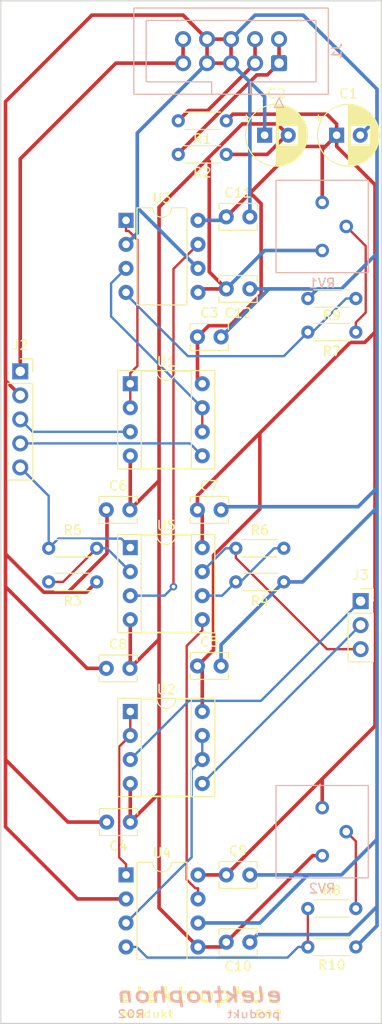
<source format=kicad_pcb>
(kicad_pcb (version 20240108) (generator "pcbnew") (generator_version "8.0")
  (title_block (title "produkt") (date "2021-07-28") (rev "R02") (comment 1 "PCB for main circuit") (comment 2 "vca and ringmodulator") (comment 4 "License CC BY 4.0 - Attribution 4.0 International"))
  (layers (0 "F.Cu" signal) (31 "B.Cu" signal) (34 "B.Paste" user) (35 "F.Paste" user) (36 "B.SilkS" user "B.Silkscreen") (37 "F.SilkS" user "F.Silkscreen") (38 "B.Mask" user) (39 "F.Mask" user) (44 "Edge.Cuts" user))
  (net 0 "")
  (net 1 "GND")
  (net 2 "+15V")
  (net 3 "-15V")
  (net 4 "+5V")
  (net 5 "VP")
  (net 6 "VN")
  (net 7 "OUTb")
  (net 8 "Yb")
  (net 9 "Xb")
  (net 10 "OUTa")
  (net 11 "Ya")
  (net 12 "Xa")
  (net 13 "Net-(U5A--)")
  (net 14 "Net-(U5B--)")
  (net 15 "Net-(R7-Pad2)")
  (net 16 "Net-(U3-Y2)")
  (net 17 "Net-(R8-Pad2)")
  (net 18 "Net-(U4-Y2)")
  (net 19 "Net-(U1A--)")
  (net 20 "Net-(U1B--)")
  (net 21 "Net-(U2A--)")
  (net 22 "Net-(U2B--)")
  (net 23 "Net-(U3-W)")
  (net 24 "Net-(U4-W)")
  (footprint "MountingHole:MountingHole_2.2mm_M2" (layer "F.Cu") (at 88.56 53.34)
    (property "Reference" "H2" (hide yes))
    (property "Value" "MountingHole" (hide yes))
    (pad "" np_thru_hole circle (at 0 0) (size 2.2 2.2) (drill 2.2) (layers "*.Cu" "*.Mask"))
  )
  (footprint "MountingHole:MountingHole_2.2mm_M2" (layer "F.Cu") (at 53.34 156.44)
    (property "Reference" "H3" (hide yes))
    (property "Value" "MountingHole" (hide yes))
    (pad "" np_thru_hole circle (at 0 0) (size 2.2 2.2) (drill 2.2) (layers "*.Cu" "*.Mask"))
  )
  (footprint "MountingHole:MountingHole_2.2mm_M2" (layer "F.Cu") (at 88.56 156.44)
    (property "Reference" "H4" (hide yes))
    (property "Value" "MountingHole" (hide yes))
    (pad "" np_thru_hole circle (at 0 0) (size 2.2 2.2) (drill 2.2) (layers "*.Cu" "*.Mask"))
  )
  (footprint "Capacitor_THT:CP_Radial_D6.3mm_P2.50mm" (layer "F.Cu") (at 86.36 65.024)
    (property "Reference" "C1" (at 1.25 -4.4 0) (layer "F.SilkS"))
    (property "Value" "22u")
    (pad "1" thru_hole rect (at 0 0) (size 1.6 1.6) (drill 0.8) (layers "*.Cu" "*.Mask") (net 2 "+15V"))
    (pad "2" thru_hole circle (at 2.5 0) (size 1.6 1.6) (drill 0.8) (layers "*.Cu" "*.Mask") (net 1 "GND"))
  )
  (footprint "Capacitor_THT:CP_Radial_D6.3mm_P2.50mm" (layer "F.Cu") (at 78.74 65.024)
    (property "Reference" "C2" (at 1.25 -4.4 0) (layer "F.SilkS"))
    (property "Value" "22u")
    (pad "1" thru_hole rect (at 0 0) (size 1.6 1.6) (drill 0.8) (layers "*.Cu" "*.Mask") (net 1 "GND"))
    (pad "2" thru_hole circle (at 2.5 0) (size 1.6 1.6) (drill 0.8) (layers "*.Cu" "*.Mask") (net 3 "-15V"))
  )
  (footprint "Capacitor_THT:C_Disc_D3.8mm_W2.6mm_P2.50mm" (layer "F.Cu") (at 71.628 86.36)
    (property "Reference" "C3" (at 1.25 -2.55 0) (layer "F.SilkS"))
    (property "Value" "0.1u")
    (pad "1" thru_hole circle (at 0 0) (size 1.6 1.6) (drill 0.8) (layers "*.Cu" "*.Mask") (net 2 "+15V"))
    (pad "2" thru_hole circle (at 2.5 0) (size 1.6 1.6) (drill 0.8) (layers "*.Cu" "*.Mask") (net 1 "GND"))
  )
  (footprint "Capacitor_THT:C_Disc_D3.8mm_W2.6mm_P2.50mm" (layer "F.Cu") (at 62.016 137.668)
    (property "Reference" "C4" (at 1.25 2.54 0) (layer "F.SilkS"))
    (property "Value" "0.1u")
    (pad "1" thru_hole circle (at 0 0) (size 1.6 1.6) (drill 0.8) (layers "*.Cu" "*.Mask") (net 1 "GND"))
    (pad "2" thru_hole circle (at 2.5 0) (size 1.6 1.6) (drill 0.8) (layers "*.Cu" "*.Mask") (net 3 "-15V"))
  )
  (footprint "Capacitor_THT:C_Disc_D3.8mm_W2.6mm_P2.50mm" (layer "F.Cu") (at 71.628 121.158)
    (property "Reference" "C5" (at 1.25 -2.55 0) (layer "F.SilkS"))
    (property "Value" "0.1u")
    (pad "1" thru_hole circle (at 0 0) (size 1.6 1.6) (drill 0.8) (layers "*.Cu" "*.Mask") (net 2 "+15V"))
    (pad "2" thru_hole circle (at 2.5 0) (size 1.6 1.6) (drill 0.8) (layers "*.Cu" "*.Mask") (net 1 "GND"))
  )
  (footprint "Capacitor_THT:C_Disc_D3.8mm_W2.6mm_P2.50mm" (layer "F.Cu") (at 61.976 104.648)
    (property "Reference" "C6" (at 1.25 -2.55 0) (layer "F.SilkS"))
    (property "Value" "0.1u")
    (pad "1" thru_hole circle (at 0 0) (size 1.6 1.6) (drill 0.8) (layers "*.Cu" "*.Mask") (net 1 "GND"))
    (pad "2" thru_hole circle (at 2.5 0) (size 1.6 1.6) (drill 0.8) (layers "*.Cu" "*.Mask") (net 3 "-15V"))
  )
  (footprint "Capacitor_THT:C_Disc_D3.8mm_W2.6mm_P2.50mm" (layer "F.Cu") (at 71.628 104.648)
    (property "Reference" "C7" (at 1.25 -2.55 0) (layer "F.SilkS"))
    (property "Value" "0.1u")
    (pad "1" thru_hole circle (at 0 0) (size 1.6 1.6) (drill 0.8) (layers "*.Cu" "*.Mask") (net 2 "+15V"))
    (pad "2" thru_hole circle (at 2.5 0) (size 1.6 1.6) (drill 0.8) (layers "*.Cu" "*.Mask") (net 1 "GND"))
  )
  (footprint "Capacitor_THT:C_Disc_D3.8mm_W2.6mm_P2.50mm" (layer "F.Cu") (at 61.976 121.412)
    (property "Reference" "C8" (at 1.25 -2.55 0) (layer "F.SilkS"))
    (property "Value" "0.1u")
    (pad "1" thru_hole circle (at 0 0) (size 1.6 1.6) (drill 0.8) (layers "*.Cu" "*.Mask") (net 1 "GND"))
    (pad "2" thru_hole circle (at 2.5 0) (size 1.6 1.6) (drill 0.8) (layers "*.Cu" "*.Mask") (net 3 "-15V"))
  )
  (footprint "Capacitor_THT:C_Disc_D3.8mm_W2.6mm_P2.50mm" (layer "F.Cu") (at 74.676 143.256)
    (property "Reference" "C9" (at 1.25 -2.55 0) (layer "F.SilkS"))
    (property "Value" "0.1u")
    (pad "1" thru_hole circle (at 0 0) (size 1.6 1.6) (drill 0.8) (layers "*.Cu" "*.Mask") (net 2 "+15V"))
    (pad "2" thru_hole circle (at 2.5 0) (size 1.6 1.6) (drill 0.8) (layers "*.Cu" "*.Mask") (net 1 "GND"))
  )
  (footprint "Capacitor_THT:C_Disc_D3.8mm_W2.6mm_P2.50mm" (layer "F.Cu") (at 77.176 150.368 180)
    (property "Reference" "C10" (at 1.25 -2.55 180) (layer "F.SilkS"))
    (property "Value" "0.1u")
    (pad "1" thru_hole circle (at 0 0 180) (size 1.6 1.6) (drill 0.8) (layers "*.Cu" "*.Mask") (net 1 "GND"))
    (pad "2" thru_hole circle (at 2.5 0 180) (size 1.6 1.6) (drill 0.8) (layers "*.Cu" "*.Mask") (net 3 "-15V"))
  )
  (footprint "Capacitor_THT:C_Disc_D3.8mm_W2.6mm_P2.50mm" (layer "F.Cu") (at 74.676 73.66)
    (property "Reference" "C11" (at 1.25 -2.55 0) (layer "F.SilkS"))
    (property "Value" "0.1u")
    (pad "1" thru_hole circle (at 0 0) (size 1.6 1.6) (drill 0.8) (layers "*.Cu" "*.Mask") (net 2 "+15V"))
    (pad "2" thru_hole circle (at 2.5 0) (size 1.6 1.6) (drill 0.8) (layers "*.Cu" "*.Mask") (net 1 "GND"))
  )
  (footprint "Capacitor_THT:C_Disc_D3.8mm_W2.6mm_P2.50mm" (layer "F.Cu") (at 77.176 81.28 180)
    (property "Reference" "C12" (at 1.25 -2.55 180) (layer "F.SilkS"))
    (property "Value" "0.1u")
    (pad "1" thru_hole circle (at 0 0 180) (size 1.6 1.6) (drill 0.8) (layers "*.Cu" "*.Mask") (net 1 "GND"))
    (pad "2" thru_hole circle (at 2.5 0 180) (size 1.6 1.6) (drill 0.8) (layers "*.Cu" "*.Mask") (net 3 "-15V"))
  )
  (footprint "MountingHole:MountingHole_2.2mm_M2" (layer "F.Cu") (at 53.34 53.34)
    (property "Reference" "H1" (hide yes))
    (property "Value" "MountingHole" (hide yes))
    (pad "" np_thru_hole circle (at 0 0) (size 2.2 2.2) (drill 2.2) (layers "*.Cu" "*.Mask"))
  )
  (footprint "Resistor_THT:R_Axial_DIN0204_L3.6mm_D1.6mm_P5.08mm_Horizontal" (layer "F.Cu") (at 74.676 63.5 180)
    (property "Reference" "R1" (at 2.54 -1.92 0) (layer "F.SilkS"))
    (property "Value" "10")
    (pad "1" thru_hole circle (at 0 0 180) (size 1.4 1.4) (drill 0.7) (layers "*.Cu" "*.Mask") (net 2 "+15V"))
    (pad "2" thru_hole oval (at 5.08 0 180) (size 1.4 1.4) (drill 0.7) (layers "*.Cu" "*.Mask") (net 5 "VP"))
  )
  (footprint "Resistor_THT:R_Axial_DIN0204_L3.6mm_D1.6mm_P5.08mm_Horizontal" (layer "F.Cu") (at 74.676 67.056 180)
    (property "Reference" "R2" (at 2.54 -1.92 0) (layer "F.SilkS"))
    (property "Value" "10")
    (pad "1" thru_hole circle (at 0 0 180) (size 1.4 1.4) (drill 0.7) (layers "*.Cu" "*.Mask") (net 3 "-15V"))
    (pad "2" thru_hole oval (at 5.08 0 180) (size 1.4 1.4) (drill 0.7) (layers "*.Cu" "*.Mask") (net 6 "VN"))
  )
  (footprint "Resistor_THT:R_Axial_DIN0204_L3.6mm_D1.6mm_P5.08mm_Horizontal" (layer "F.Cu") (at 55.88 112.268)
    (property "Reference" "R3" (at 2.54 2.032 0) (layer "F.SilkS"))
    (property "Value" "10k")
    (pad "1" thru_hole circle (at 0 0) (size 1.4 1.4) (drill 0.7) (layers "*.Cu" "*.Mask") (net 13 "Net-(U5A--)"))
    (pad "2" thru_hole oval (at 5.08 0) (size 1.4 1.4) (drill 0.7) (layers "*.Cu" "*.Mask") (net 1 "GND"))
  )
  (footprint "Resistor_THT:R_Axial_DIN0204_L3.6mm_D1.6mm_P5.08mm_Horizontal" (layer "F.Cu") (at 75.692 112.268)
    (property "Reference" "R4" (at 2.54 2.032 0) (layer "F.SilkS"))
    (property "Value" "10k")
    (pad "1" thru_hole circle (at 0 0) (size 1.4 1.4) (drill 0.7) (layers "*.Cu" "*.Mask") (net 14 "Net-(U5B--)"))
    (pad "2" thru_hole oval (at 5.08 0) (size 1.4 1.4) (drill 0.7) (layers "*.Cu" "*.Mask") (net 1 "GND"))
  )
  (footprint "Resistor_THT:R_Axial_DIN0204_L3.6mm_D1.6mm_P5.08mm_Horizontal" (layer "F.Cu") (at 55.88 108.712)
    (property "Reference" "R5" (at 2.54 -1.92 0) (layer "F.SilkS"))
    (property "Value" "10k")
    (pad "1" thru_hole circle (at 0 0) (size 1.4 1.4) (drill 0.7) (layers "*.Cu" "*.Mask") (net 10 "OUTa"))
    (pad "2" thru_hole oval (at 5.08 0) (size 1.4 1.4) (drill 0.7) (layers "*.Cu" "*.Mask") (net 13 "Net-(U5A--)"))
  )
  (footprint "Resistor_THT:R_Axial_DIN0204_L3.6mm_D1.6mm_P5.08mm_Horizontal" (layer "F.Cu") (at 75.692 108.712)
    (property "Reference" "R6" (at 2.54 -1.92 0) (layer "F.SilkS"))
    (property "Value" "10k")
    (pad "1" thru_hole circle (at 0 0) (size 1.4 1.4) (drill 0.7) (layers "*.Cu" "*.Mask") (net 7 "OUTb"))
    (pad "2" thru_hole oval (at 5.08 0) (size 1.4 1.4) (drill 0.7) (layers "*.Cu" "*.Mask") (net 14 "Net-(U5B--)"))
  )
  (footprint "Resistor_THT:R_Axial_DIN0204_L3.6mm_D1.6mm_P5.08mm_Horizontal" (layer "F.Cu") (at 83.312 85.852)
    (property "Reference" "R7" (at 2.54 2.032 0) (layer "F.SilkS"))
    (property "Value" "330k")
    (pad "1" thru_hole circle (at 0 0) (size 1.4 1.4) (drill 0.7) (layers "*.Cu" "*.Mask") (net 16 "Net-(U3-Y2)"))
    (pad "2" thru_hole oval (at 5.08 0) (size 1.4 1.4) (drill 0.7) (layers "*.Cu" "*.Mask") (net 15 "Net-(R7-Pad2)"))
  )
  (footprint "Resistor_THT:R_Axial_DIN0204_L3.6mm_D1.6mm_P5.08mm_Horizontal" (layer "F.Cu") (at 83.312 146.812)
    (property "Reference" "R8" (at 2.54 -1.92 0) (layer "F.SilkS"))
    (property "Value" "330k")
    (pad "1" thru_hole circle (at 0 0) (size 1.4 1.4) (drill 0.7) (layers "*.Cu" "*.Mask") (net 18 "Net-(U4-Y2)"))
    (pad "2" thru_hole oval (at 5.08 0) (size 1.4 1.4) (drill 0.7) (layers "*.Cu" "*.Mask") (net 17 "Net-(R8-Pad2)"))
  )
  (footprint "Resistor_THT:R_Axial_DIN0204_L3.6mm_D1.6mm_P5.08mm_Horizontal" (layer "F.Cu") (at 83.312 82.296)
    (property "Reference" "R9" (at 2.54 1.778 0) (layer "F.SilkS"))
    (property "Value" "100")
    (pad "1" thru_hole circle (at 0 0) (size 1.4 1.4) (drill 0.7) (layers "*.Cu" "*.Mask") (net 1 "GND"))
    (pad "2" thru_hole oval (at 5.08 0) (size 1.4 1.4) (drill 0.7) (layers "*.Cu" "*.Mask") (net 16 "Net-(U3-Y2)"))
  )
  (footprint "Resistor_THT:R_Axial_DIN0204_L3.6mm_D1.6mm_P5.08mm_Horizontal" (layer "F.Cu") (at 88.392 150.876 180)
    (property "Reference" "R10" (at 2.54 -1.92 0) (layer "F.SilkS"))
    (property "Value" "100")
    (pad "1" thru_hole circle (at 0 0 180) (size 1.4 1.4) (drill 0.7) (layers "*.Cu" "*.Mask") (net 1 "GND"))
    (pad "2" thru_hole oval (at 5.08 0 180) (size 1.4 1.4) (drill 0.7) (layers "*.Cu" "*.Mask") (net 18 "Net-(U4-Y2)"))
  )
  (footprint "Package_DIP:DIP-8_W7.62mm" (layer "F.Cu") (at 64.066 74.0285)
    (property "Reference" "U3" (at 3.81 -2.33 0) (layer "F.SilkS"))
    (property "Value" "AD633")
    (pad "1" thru_hole rect (at 0 0) (size 1.6 1.6) (drill 0.8) (layers "*.Cu" "*.Mask") (net 19 "Net-(U1A--)"))
    (pad "2" thru_hole oval (at 0 2.54) (size 1.6 1.6) (drill 0.8) (layers "*.Cu" "*.Mask") (net 1 "GND"))
    (pad "3" thru_hole oval (at 0 5.08) (size 1.6 1.6) (drill 0.8) (layers "*.Cu" "*.Mask") (net 20 "Net-(U1B--)"))
    (pad "4" thru_hole oval (at 0 7.62) (size 1.6 1.6) (drill 0.8) (layers "*.Cu" "*.Mask") (net 16 "Net-(U3-Y2)"))
    (pad "5" thru_hole oval (at 7.62 7.62) (size 1.6 1.6) (drill 0.8) (layers "*.Cu" "*.Mask") (net 3 "-15V"))
    (pad "6" thru_hole oval (at 7.62 5.08) (size 1.6 1.6) (drill 0.8) (layers "*.Cu" "*.Mask") (net 1 "GND"))
    (pad "7" thru_hole oval (at 7.62 2.54) (size 1.6 1.6) (drill 0.8) (layers "*.Cu" "*.Mask") (net 23 "Net-(U3-W)"))
    (pad "8" thru_hole oval (at 7.62 0) (size 1.6 1.6) (drill 0.8) (layers "*.Cu" "*.Mask") (net 2 "+15V"))
  )
  (footprint "Package_DIP:DIP-8_W7.62mm" (layer "F.Cu") (at 64.066 143.256)
    (property "Reference" "U4" (at 3.81 -2.33 0) (layer "F.SilkS"))
    (property "Value" "AD633")
    (pad "1" thru_hole rect (at 0 0) (size 1.6 1.6) (drill 0.8) (layers "*.Cu" "*.Mask") (net 21 "Net-(U2A--)"))
    (pad "2" thru_hole oval (at 0 2.54) (size 1.6 1.6) (drill 0.8) (layers "*.Cu" "*.Mask") (net 1 "GND"))
    (pad "3" thru_hole oval (at 0 5.08) (size 1.6 1.6) (drill 0.8) (layers "*.Cu" "*.Mask") (net 22 "Net-(U2B--)"))
    (pad "4" thru_hole oval (at 0 7.62) (size 1.6 1.6) (drill 0.8) (layers "*.Cu" "*.Mask") (net 18 "Net-(U4-Y2)"))
    (pad "5" thru_hole oval (at 7.62 7.62) (size 1.6 1.6) (drill 0.8) (layers "*.Cu" "*.Mask") (net 3 "-15V"))
    (pad "6" thru_hole oval (at 7.62 5.08) (size 1.6 1.6) (drill 0.8) (layers "*.Cu" "*.Mask") (net 1 "GND"))
    (pad "7" thru_hole oval (at 7.62 2.54) (size 1.6 1.6) (drill 0.8) (layers "*.Cu" "*.Mask") (net 24 "Net-(U4-W)"))
    (pad "8" thru_hole oval (at 7.62 0) (size 1.6 1.6) (drill 0.8) (layers "*.Cu" "*.Mask") (net 2 "+15V"))
  )
  (footprint "Package_DIP:DIP-8_W7.62mm_Socket" (layer "F.Cu") (at 64.516 91.3104)
    (property "Reference" "U1" (at 3.81 -2.33 0) (layer "F.SilkS"))
    (property "Value" "TL072")
    (pad "1" thru_hole rect (at 0 0) (size 1.6 1.6) (drill 0.8) (layers "*.Cu" "*.Mask") (net 19 "Net-(U1A--)"))
    (pad "2" thru_hole oval (at 0 2.54) (size 1.6 1.6) (drill 0.8) (layers "*.Cu" "*.Mask") (net 19 "Net-(U1A--)"))
    (pad "3" thru_hole oval (at 0 5.08) (size 1.6 1.6) (drill 0.8) (layers "*.Cu" "*.Mask") (net 12 "Xa"))
    (pad "4" thru_hole oval (at 0 7.62) (size 1.6 1.6) (drill 0.8) (layers "*.Cu" "*.Mask") (net 3 "-15V"))
    (pad "5" thru_hole oval (at 7.62 7.62) (size 1.6 1.6) (drill 0.8) (layers "*.Cu" "*.Mask") (net 11 "Ya"))
    (pad "6" thru_hole oval (at 7.62 5.08) (size 1.6 1.6) (drill 0.8) (layers "*.Cu" "*.Mask") (net 20 "Net-(U1B--)"))
    (pad "7" thru_hole oval (at 7.62 2.54) (size 1.6 1.6) (drill 0.8) (layers "*.Cu" "*.Mask") (net 20 "Net-(U1B--)"))
    (pad "8" thru_hole oval (at 7.62 0) (size 1.6 1.6) (drill 0.8) (layers "*.Cu" "*.Mask") (net 2 "+15V"))
  )
  (footprint "Package_DIP:DIP-8_W7.62mm_Socket" (layer "F.Cu") (at 64.516 125.974)
    (property "Reference" "U2" (at 3.81 -2.33 0) (layer "F.SilkS"))
    (property "Value" "TL072")
    (pad "1" thru_hole rect (at 0 0) (size 1.6 1.6) (drill 0.8) (layers "*.Cu" "*.Mask") (net 21 "Net-(U2A--)"))
    (pad "2" thru_hole oval (at 0 2.54) (size 1.6 1.6) (drill 0.8) (layers "*.Cu" "*.Mask") (net 21 "Net-(U2A--)"))
    (pad "3" thru_hole oval (at 0 5.08) (size 1.6 1.6) (drill 0.8) (layers "*.Cu" "*.Mask") (net 9 "Xb"))
    (pad "4" thru_hole oval (at 0 7.62) (size 1.6 1.6) (drill 0.8) (layers "*.Cu" "*.Mask") (net 3 "-15V"))
    (pad "5" thru_hole oval (at 7.62 7.62) (size 1.6 1.6) (drill 0.8) (layers "*.Cu" "*.Mask") (net 8 "Yb"))
    (pad "6" thru_hole oval (at 7.62 5.08) (size 1.6 1.6) (drill 0.8) (layers "*.Cu" "*.Mask") (net 22 "Net-(U2B--)"))
    (pad "7" thru_hole oval (at 7.62 2.54) (size 1.6 1.6) (drill 0.8) (layers "*.Cu" "*.Mask") (net 22 "Net-(U2B--)"))
    (pad "8" thru_hole oval (at 7.62 0) (size 1.6 1.6) (drill 0.8) (layers "*.Cu" "*.Mask") (net 2 "+15V"))
  )
  (footprint "Package_DIP:DIP-8_W7.62mm_Socket" (layer "F.Cu") (at 64.516 108.642)
    (property "Reference" "U5" (at 3.81 -2.33 0) (layer "F.SilkS"))
    (property "Value" "TL072")
    (pad "1" thru_hole rect (at 0 0) (size 1.6 1.6) (drill 0.8) (layers "*.Cu" "*.Mask") (net 10 "OUTa"))
    (pad "2" thru_hole oval (at 0 2.54) (size 1.6 1.6) (drill 0.8) (layers "*.Cu" "*.Mask") (net 13 "Net-(U5A--)"))
    (pad "3" thru_hole oval (at 0 5.08) (size 1.6 1.6) (drill 0.8) (layers "*.Cu" "*.Mask") (net 23 "Net-(U3-W)"))
    (pad "4" thru_hole oval (at 0 7.62) (size 1.6 1.6) (drill 0.8) (layers "*.Cu" "*.Mask") (net 3 "-15V"))
    (pad "5" thru_hole oval (at 7.62 7.62) (size 1.6 1.6) (drill 0.8) (layers "*.Cu" "*.Mask") (net 24 "Net-(U4-W)"))
    (pad "6" thru_hole oval (at 7.62 5.08) (size 1.6 1.6) (drill 0.8) (layers "*.Cu" "*.Mask") (net 14 "Net-(U5B--)"))
    (pad "7" thru_hole oval (at 7.62 2.54) (size 1.6 1.6) (drill 0.8) (layers "*.Cu" "*.Mask") (net 7 "OUTb"))
    (pad "8" thru_hole oval (at 7.62 0) (size 1.6 1.6) (drill 0.8) (layers "*.Cu" "*.Mask") (net 2 "+15V"))
  )
  (footprint "Connector_PinSocket_2.54mm:PinSocket_1x03_P2.54mm_Vertical" (layer "F.Cu") (at 88.9 114.3)
    (property "Reference" "J3" (at 0 -2.77 0) (layer "F.SilkS"))
    (property "Value" "01x03 Female" (hide yes))
    (pad "1" thru_hole rect (at 0 0) (size 1.7 1.7) (drill 1) (layers "*.Cu" "*.Mask") (net 9 "Xb"))
    (pad "2" thru_hole oval (at 0 2.54) (size 1.7 1.7) (drill 1) (layers "*.Cu" "*.Mask") (net 8 "Yb"))
    (pad "3" thru_hole oval (at 0 5.08) (size 1.7 1.7) (drill 1) (layers "*.Cu" "*.Mask") (net 7 "OUTb"))
  )
  (footprint "Connector_PinSocket_2.54mm:PinSocket_1x05_P2.54mm_Vertical" (layer "F.Cu") (at 52.87 90)
    (property "Reference" "J2" (at 0 -2.77 0) (layer "F.SilkS"))
    (property "Value" "01x05 Female" (hide yes))
    (pad "1" thru_hole rect (at 0 0) (size 1.7 1.7) (drill 1) (layers "*.Cu" "*.Mask") (net 4 "+5V"))
    (pad "2" thru_hole oval (at 0 2.54) (size 1.7 1.7) (drill 1) (layers "*.Cu" "*.Mask") (net 1 "GND"))
    (pad "3" thru_hole oval (at 0 5.08) (size 1.7 1.7) (drill 1) (layers "*.Cu" "*.Mask") (net 12 "Xa"))
    (pad "4" thru_hole oval (at 0 7.62) (size 1.7 1.7) (drill 1) (layers "*.Cu" "*.Mask") (net 11 "Ya"))
    (pad "5" thru_hole oval (at 0 10.16) (size 1.7 1.7) (drill 1) (layers "*.Cu" "*.Mask") (net 10 "OUTa"))
  )
  (footprint "elektrophon:elektrophon logo" (layer "F.Cu") (at 71.882 156.972)
    (property "Reference" "REF**" (hide yes))
    (property "Value" "elektrophon logo" (hide yes))
    (fp_text user "R02" (at -8.83 1 0) (layer "B.SilkS") (effects (font (size 0.8 1)) (justify right mirror)))
    (fp_text user "elektrophon" (at 0 -1.016 0) (layer "B.SilkS") (effects (font (size 1.5 2) (thickness 0.3) (italic yes)) (justify mirror)))
    (fp_text user "produkt" (at 8.62 1.02 0) (layer "B.SilkS") (effects (font (size 0.8 1)) (justify left mirror)))
    (fp_text user "produkt" (at -8.54 0.99 0) (layer "F.SilkS") (effects (font (size 0.8 1)) (justify left)))
    (fp_text user "elektrophon" (at 0 -1.016 0) (layer "F.SilkS") (effects (font (size 1.5 2) (thickness 0.3) (italic yes))))
    (fp_text user "R02" (at 8.8 1.02 0) (layer "F.SilkS") (effects (font (size 0.8 1)) (justify right)))
  )
  (footprint "Connector_IDC:IDC-Header_2x05_P2.54mm_Vertical" (layer "B.Cu") (at 80.264 57.404 90)
    (property "Reference" "J1" (at 1.27 6.1 90) (layer "B.SilkS") (effects (justify mirror)))
    (property "Value" "10 Pos")
    (pad "1" thru_hole roundrect (at 0 0 90) (size 1.7 1.7) (drill 1) (layers "*.Cu" "*.Mask") (roundrect_rratio 0.147059) (net 6 "VN"))
    (pad "2" thru_hole circle (at 2.54 0 90) (size 1.7 1.7) (drill 1) (layers "*.Cu" "*.Mask") (net 6 "VN"))
    (pad "3" thru_hole circle (at 0 -2.54 90) (size 1.7 1.7) (drill 1) (layers "*.Cu" "*.Mask") (net 5 "VP"))
    (pad "4" thru_hole circle (at 2.54 -2.54 90) (size 1.7 1.7) (drill 1) (layers "*.Cu" "*.Mask") (net 5 "VP"))
    (pad "5" thru_hole circle (at 0 -5.08 90) (size 1.7 1.7) (drill 1) (layers "*.Cu" "*.Mask") (net 1 "GND"))
    (pad "6" thru_hole circle (at 2.54 -5.08 90) (size 1.7 1.7) (drill 1) (layers "*.Cu" "*.Mask") (net 1 "GND"))
    (pad "7" thru_hole circle (at 0 -7.62 90) (size 1.7 1.7) (drill 1) (layers "*.Cu" "*.Mask") (net 1 "GND"))
    (pad "8" thru_hole circle (at 2.54 -7.62 90) (size 1.7 1.7) (drill 1) (layers "*.Cu" "*.Mask") (net 1 "GND"))
    (pad "9" thru_hole circle (at 0 -10.16 90) (size 1.7 1.7) (drill 1) (layers "*.Cu" "*.Mask") (net 4 "+5V"))
    (pad "10" thru_hole circle (at 2.54 -10.16 90) (size 1.7 1.7) (drill 1) (layers "*.Cu" "*.Mask") (net 4 "+5V"))
  )
  (footprint "Potentiometer_THT:Potentiometer_Bourns_3386P_Vertical" (layer "B.Cu") (at 84.836 72.136)
    (property "Reference" "RV1" (at -0.015 8.555 0) (layer "B.SilkS") (effects (justify mirror)))
    (property "Value" "100k")
    (pad "1" thru_hole circle (at 0 0) (size 1.44 1.44) (drill 0.8) (layers "*.Cu" "*.Mask") (net 2 "+15V"))
    (pad "2" thru_hole circle (at 2.54 2.54) (size 1.44 1.44) (drill 0.8) (layers "*.Cu" "*.Mask") (net 15 "Net-(R7-Pad2)"))
    (pad "3" thru_hole circle (at 0 5.08) (size 1.44 1.44) (drill 0.8) (layers "*.Cu" "*.Mask") (net 3 "-15V"))
  )
  (footprint "Potentiometer_THT:Potentiometer_Bourns_3386P_Vertical" (layer "B.Cu") (at 84.836 136.144)
    (property "Reference" "RV2" (at -0.015 8.555 0) (layer "B.SilkS") (effects (justify mirror)))
    (property "Value" "100k")
    (pad "1" thru_hole circle (at 0 0) (size 1.44 1.44) (drill 0.8) (layers "*.Cu" "*.Mask") (net 2 "+15V"))
    (pad "2" thru_hole circle (at 2.54 2.54) (size 1.44 1.44) (drill 0.8) (layers "*.Cu" "*.Mask") (net 17 "Net-(R8-Pad2)"))
    (pad "3" thru_hole circle (at 0 5.08) (size 1.44 1.44) (drill 0.8) (layers "*.Cu" "*.Mask") (net 3 "-15V"))
  )
  (gr_line (start 50.8 50.8) (end 50.8 158.98) (stroke (width 0.15)) (layer "Edge.Cuts"))
  (gr_line (start 91.1 50.8) (end 91.1 158.98) (stroke (width 0.15)) (layer "Edge.Cuts"))
  (gr_line (start 91.1 158.98) (end 50.8 158.98) (stroke (width 0.15)) (layer "Edge.Cuts"))
  (gr_line (start 50.8 50.8) (end 91.1 50.8) (stroke (width 0.15)) (layer "Edge.Cuts"))
  (segment (start 59.944 121.412) (end 61.976 121.412) (width 0.381) (layer "F.Cu") (net 1))
  (segment (start 51.308 109.22) (end 51.308 109.309942) (width 0.381) (layer "F.Cu") (net 1))
  (segment (start 51.308 112.776) (end 59.944 121.412) (width 0.381) (layer "F.Cu") (net 1))
  (segment (start 62.0505 104.7225) (end 61.976 104.648) (width 0.381) (layer "F.Cu") (net 1))
  (segment (start 51.308 130.556) (end 51.308 111.76) (width 0.381) (layer "F.Cu") (net 1))
  (segment (start 51.308 138.176) (end 51.308 130.556) (width 0.381) (layer "F.Cu") (net 1))
  (segment (start 51.308 88.392) (end 51.308 61.468) (width 0.381) (layer "F.Cu") (net 1))
  (segment (start 51.308 88.392) (end 51.308 90.978) (width 0.381) (layer "F.Cu") (net 1))
  (segment (start 51.308 131.064) (end 57.912 137.668) (width 0.381) (layer "F.Cu") (net 1))
  (segment (start 75.184 57.404) (end 75.184 54.864) (width 0.381) (layer "F.Cu") (net 1))
  (segment (start 64.066 145.796) (end 58.928 145.796) (width 0.381) (layer "F.Cu") (net 1))
  (segment (start 72.644 54.864) (end 72.644 57.404) (width 0.381) (layer "F.Cu") (net 1))
  (segment (start 70.104 52.324) (end 72.644 54.864) (width 0.381) (layer "F.Cu") (net 1))
  (segment (start 51.308 109.22) (end 51.308 88.392) (width 0.381) (layer "F.Cu") (net 1))
  (segment (start 60.452 52.324) (end 70.104 52.324) (width 0.381) (layer "F.Cu") (net 1))
  (segment (start 51.308 111.76) (end 51.308 109.22) (width 0.381) (layer "F.Cu") (net 1))
  (segment (start 51.308 130.556) (end 51.308 131.064) (width 0.381) (layer "F.Cu") (net 1))
  (segment (start 62.0505 109.235442) (end 62.0505 104.7225) (width 0.381) (layer "F.Cu") (net 1))
  (segment (start 75.184 54.864) (end 72.644 54.864) (width 0.381) (layer "F.Cu") (net 1))
  (segment (start 51.308 61.468) (end 60.452 52.324) (width 0.381) (layer "F.Cu") (net 1))
  (segment (start 51.308 109.309942) (end 55.356559 113.358501) (width 0.381) (layer "F.Cu") (net 1))
  (segment (start 58.001942 113.284) (end 62.0505 109.235442) (width 0.381) (layer "F.Cu") (net 1))
  (segment (start 51.308 90.978) (end 52.87 92.54) (width 0.381) (layer "F.Cu") (net 1))
  (segment (start 51.308 111.76) (end 51.308 112.776) (width 0.381) (layer "F.Cu") (net 1))
  (segment (start 62.016 137.668) (end 57.912 137.668) (width 0.381) (layer "F.Cu") (net 1))
  (segment (start 58.928 145.796) (end 51.308 138.176) (width 0.381) (layer "F.Cu") (net 1))
  (segment (start 59.869499 113.358501) (end 60.96 112.268) (width 0.381) (layer "F.Cu") (net 1))
  (segment (start 55.356559 113.358501) (end 59.869499 113.358501) (width 0.381) (layer "F.Cu") (net 1))
  (segment (start 72.644 57.404) (end 75.184 57.404) (width 0.381) (layer "F.Cu") (net 1))
  (segment (start 90.63449 139.48951) (end 90.63449 103.84249) (width 0.381) (layer "B.Cu") (net 1))
  (segment (start 90.63449 77.51351) (end 90.63449 60.74951) (width 0.381) (layer "B.Cu") (net 1))
  (segment (start 77.975999 149.568001) (end 87.667999 149.568001) (width 0.381) (layer "B.Cu") (net 1))
  (segment (start 90.63449 103.84249) (end 90.63449 104.39751) (width 0.381) (layer "B.Cu") (net 1))
  (segment (start 83.312 143.256) (end 85.852 143.256) (width 0.381) (layer "B.Cu") (net 1))
  (segment (start 74.128 121.158) (end 74.128 118.912) (width 0.381) (layer "B.Cu") (net 1))
  (segment (start 86.868 143.256) (end 90.63449 139.48951) (width 0.381) (layer "B.Cu") (net 1))
  (segment (start 77.176 143.256) (end 85.852 143.256) (width 0.381) (layer "B.Cu") (net 1))
  (segment (start 75.184 57.404) (end 77.176 59.396) (width 0.381) (layer "B.Cu") (net 1))
  (segment (start 79.208 81.28) (end 74.128 86.36) (width 0.381) (layer "B.Cu") (net 1))
  (segment (start 88.638479 104.314501) (end 74.461499 104.314501) (width 0.381) (layer "B.Cu") (net 1))
  (segment (start 86.868 81.28) (end 90.63449 77.51351) (width 0.381) (layer "B.Cu") (net 1))
  (segment (start 82.764 112.268) (end 90.63449 104.39751) (width 0.381) (layer "B.Cu") (net 1))
  (segment (start 85.852 143.256) (end 86.868 143.256) (width 0.381) (layer "B.Cu") (net 1))
  (segment (start 90.63449 102.31849) (end 90.63449 77.51351) (width 0.381) (layer "B.Cu") (net 1))
  (segment (start 78.232 148.336) (end 83.312 143.256) (width 0.381) (layer "B.Cu") (net 1))
  (segment (start 90.63449 102.31849) (end 88.638479 104.314501) (width 0.381) (layer "B.Cu") (net 1))
  (segment (start 65.256501 72.876501) (end 65.454001 72.876501) (width 0.381) (layer "B.Cu") (net 1))
  (segment (start 82.804 52.324) (end 77.724 52.324) (width 0.381) (layer "B.Cu") (net 1))
  (segment (start 65.256501 64.791499) (end 72.644 57.404) (width 0.381) (layer "B.Cu") (net 1))
  (segment (start 88.392 150.876) (end 90.63449 148.63351) (width 0.381) (layer "B.Cu") (net 1))
  (segment (start 77.176 59.396) (end 77.176 73.66) (width 0.381) (layer "B.Cu") (net 1))
  (segment (start 77.176 150.368) (end 77.975999 149.568001) (width 0.381) (layer "B.Cu") (net 1))
  (segment (start 90.63449 103.84249) (end 90.63449 102.31849) (width 0.381) (layer "B.Cu") (net 1))
  (segment (start 65.454001 72.876501) (end 71.686 79.1085) (width 0.381) (layer "B.Cu") (net 1))
  (segment (start 82.804 81.28) (end 79.208 81.28) (width 0.381) (layer "B.Cu") (net 1))
  (segment (start 85.852 81.28) (end 84.328 81.28) (width 0.381) (layer "B.Cu") (net 1))
  (segment (start 65.256501 72.876501) (end 65.256501 64.791499) (width 0.381) (layer "B.Cu") (net 1))
  (segment (start 74.461499 104.314501) (end 74.128 104.648) (width 0.381) (layer "B.Cu") (net 1))
  (segment (start 74.128 118.912) (end 80.772 112.268) (width 0.381) (layer "B.Cu") (net 1))
  (segment (start 78.74 65.024) (end 78.74 60.96) (width 0.381) (layer "B.Cu") (net 1))
  (segment (start 77.724 52.324) (end 75.184 54.864) (width 0.381) (layer "B.Cu") (net 1))
  (segment (start 80.772 112.268) (end 82.764 112.268) (width 0.381) (layer "B.Cu") (net 1))
  (segment (start 82.804 81.28) (end 85.852 81.28) (width 0.381) (layer "B.Cu") (net 1))
  (segment (start 77.176 81.28) (end 82.804 81.28) (width 0.381) (layer "B.Cu") (net 1))
  (segment (start 87.667999 149.568001) (end 90.63449 146.60151) (width 0.381) (layer "B.Cu") (net 1))
  (segment (start 90.63449 60.74951) (end 90.63449 60.15449) (width 0.381) (layer "B.Cu") (net 1))
  (segment (start 65.256501 75.377999) (end 65.256501 72.876501) (width 0.381) (layer "B.Cu") (net 1))
  (segment (start 71.686 148.336) (end 78.232 148.336) (width 0.381) (layer "B.Cu") (net 1))
  (segment (start 90.63449 63.24951) (end 88.86 65.024) (width 0.381) (layer "B.Cu") (net 1))
  (segment (start 64.066 76.5685) (end 65.256501 75.377999) (width 0.381) (layer "B.Cu") (net 1))
  (segment (start 78.74 60.96) (end 75.184 57.404) (width 0.381) (layer "B.Cu") (net 1))
  (segment (start 90.63449 148.63351) (end 90.63449 146.60151) (width 0.381) (layer "B.Cu") (net 1))
  (segment (start 84.328 81.28) (end 83.312 82.296) (width 0.381) (layer "B.Cu") (net 1))
  (segment (start 90.63449 60.74951) (end 90.63449 63.24951) (width 0.381) (layer "B.Cu") (net 1))
  (segment (start 85.852 81.28) (end 86.868 81.28) (width 0.381) (layer "B.Cu") (net 1))
  (segment (start 90.63449 60.15449) (end 82.804 52.324) (width 0.381) (layer "B.Cu") (net 1))
  (segment (start 90.63449 146.60151) (end 90.63449 139.48951) (width 0.381) (layer "B.Cu") (net 1))
  (segment (start 84.836 72.136) (end 84.836 66.548) (width 0.381) (layer "F.Cu") (net 2))
  (segment (start 90.424 85.852) (end 90.424 127.508) (width 0.381) (layer "F.Cu") (net 2))
  (segment (start 86.36 66.205) (end 90.424 70.269) (width 0.381) (layer "F.Cu") (net 2))
  (segment (start 77.216 71.12) (end 74.676 73.66) (width 0.381) (layer "F.Cu") (net 2))
  (segment (start 72.136 108.642) (end 72.136 105.156) (width 0.381) (layer "F.Cu") (net 2))
  (segment (start 85.317 62.8) (end 86.36 63.843) (width 0.381) (layer "F.Cu") (net 2))
  (segment (start 71.628 86.36) (end 71.628 90.8024) (width 0.381) (layer "F.Cu") (net 2))
  (segment (start 72.8185 85.1695) (end 71.628 86.36) (width 0.381) (layer "F.Cu") (net 2))
  (segment (start 84.836 66.548) (end 85.1695 66.2145) (width 0.381) (layer "F.Cu") (net 2))
  (segment (start 82.1215 66.2145) (end 77.216 71.12) (width 0.381) (layer "F.Cu") (net 2))
  (segment (start 90.424 85.852) (end 89.3335 86.9425) (width 0.381) (layer "F.Cu") (net 2))
  (segment (start 86.36 63.843) (end 86.36 65.024) (width 0.381) (layer "F.Cu") (net 2))
  (segment (start 71.628 103.124) (end 71.628 104.648) (width 0.381) (layer "F.Cu") (net 2))
  (segment (start 84.836 133.096) (end 74.676 143.256) (width 0.381) (layer "F.Cu") (net 2))
  (segment (start 73.326501 109.463557) (end 78.232 104.558058) (width 0.381) (layer "F.Cu") (net 2))
  (segment (start 71.628 121.158) (end 73.326501 119.459499) (width 0.381) (layer "F.Cu") (net 2))
  (segment (start 73.326501 119.459499) (end 73.326501 109.463557) (width 0.381) (layer "F.Cu") (net 2))
  (segment (start 86.36 65.024) (end 85.1695 66.2145) (width 0.381) (layer "F.Cu") (net 2))
  (segment (start 75.376 62.8) (end 85.317 62.8) (width 0.381) (layer "F.Cu") (net 2))
  (segment (start 87.8095 86.9425) (end 78.232 96.52) (width 0.381) (layer "F.Cu") (net 2))
  (segment (start 71.628 90.8024) (end 72.136 91.3104) (width 0.381) (layer "F.Cu") (net 2))
  (segment (start 78.232 104.558058) (end 78.232 96.52) (width 0.381) (layer "F.Cu") (net 2))
  (segment (start 89.3335 86.9425) (end 87.8095 86.9425) (width 0.381) (layer "F.Cu") (net 2))
  (segment (start 72.136 121.666) (end 71.628 121.158) (width 0.381) (layer "F.Cu") (net 2))
  (segment (start 90.424 127.508) (end 84.836 133.096) (width 0.381) (layer "F.Cu") (net 2))
  (segment (start 75.0484 85.1695) (end 72.8185 85.1695) (width 0.381) (layer "F.Cu") (net 2))
  (segment (start 78.3665 81.8514) (end 75.0484 85.1695) (width 0.381) (layer "F.Cu") (net 2))
  (segment (start 84.836 136.144) (end 84.836 133.096) (width 0.381) (layer "F.Cu") (net 2))
  (segment (start 86.36 65.024) (end 86.36 66.205) (width 0.381) (layer "F.Cu") (net 2))
  (segment (start 78.232 96.52) (end 71.628 103.124) (width 0.381) (layer "F.Cu") (net 2))
  (segment (start 74.676 63.5) (end 75.376 62.8) (width 0.381) (layer "F.Cu") (net 2))
  (segment (start 78.3665 72.2705) (end 78.3665 81.8514) (width 0.381) (layer "F.Cu") (net 2))
  (segment (start 72.136 105.156) (end 71.628 104.648) (width 0.381) (layer "F.Cu") (net 2))
  (segment (start 85.1695 66.2145) (end 82.1215 66.2145) (width 0.381) (layer "F.Cu") (net 2))
  (segment (start 72.136 125.974) (end 72.136 121.666) (width 0.381) (layer "F.Cu") (net 2))
  (segment (start 77.216 71.12) (end 78.3665 72.2705) (width 0.381) (layer "F.Cu") (net 2))
  (segment (start 74.676 143.256) (end 71.686 143.256) (width 0.381) (layer "F.Cu") (net 2))
  (segment (start 90.424 70.269) (end 90.424 85.852) (width 0.381) (layer "F.Cu") (net 2))
  (segment (start 74.3075 74.0285) (end 74.676 73.66) (width 0.381) (layer "B.Cu") (net 2))
  (segment (start 71.686 74.0285) (end 74.3075 74.0285) (width 0.381) (layer "B.Cu") (net 2))
  (segment (start 72.8765 67.7965) (end 72.644 67.564) (width 0.381) (layer "F.Cu") (net 3))
  (segment (start 74.676 81.28) (end 72.0545 81.28) (width 0.381) (layer "F.Cu") (net 3))
  (segment (start 74.676 81.28) (end 72.8765 79.4805) (width 0.381) (layer "F.Cu") (net 3))
  (segment (start 67.564 101.346) (end 67.564 117.816) (width 0.381) (layer "F.Cu") (net 3))
  (segment (start 67.564 72.644) (end 67.564 101.346) (width 0.381) (layer "F.Cu") (net 3))
  (segment (start 72.8765 79.4805) (end 72.8765 67.7965) (width 0.381) (layer "F.Cu") (net 3))
  (segment (start 67.564 101.56) (end 67.564 101.346) (width 0.381) (layer "F.Cu") (net 3))
  (segment (start 64.516 116.262) (end 64.516 121.372) (width 0.381) (layer "F.Cu") (net 3))
  (segment (start 64.516 98.9304) (end 64.516 104.608) (width 0.381) (layer "F.Cu") (net 3))
  (segment (start 81.0429 65.024) (end 81.24 65.024) (width 0.381) (layer "F.Cu") (net 3))
  (segment (start 67.564 118.324) (end 67.564 117.816) (width 0.381) (layer "F.Cu") (net 3))
  (segment (start 79.0109 67.056) (end 81.0429 65.024) (width 0.381) (layer "F.Cu") (net 3))
  (segment (start 74.168 150.876) (end 74.676 150.368) (width 0.381) (layer "F.Cu") (net 3))
  (segment (start 64.476 104.648) (end 67.564 101.56) (width 0.381) (layer "F.Cu") (net 3))
  (segment (start 64.516 137.668) (end 64.516 133.594) (width 0.381) (layer "F.Cu") (net 3))
  (segment (start 80.0495 63.8335) (end 76.3745 63.8335) (width 0.381) (layer "F.Cu") (net 3))
  (segment (start 64.516 104.608) (end 64.476 104.648) (width 0.381) (layer "F.Cu") (net 3))
  (segment (start 83.82 141.224) (end 74.676 150.368) (width 0.381) (layer "F.Cu") (net 3))
  (segment (start 72.644 67.564) (end 67.564 72.644) (width 0.381) (layer "F.Cu") (net 3))
  (segment (start 64.516 121.372) (end 64.476 121.412) (width 0.381) (layer "F.Cu") (net 3))
  (segment (start 67.564 146.754) (end 71.686 150.876) (width 0.381) (layer "F.Cu") (net 3))
  (segment (start 67.564 134.62) (end 67.564 146.754) (width 0.381) (layer "F.Cu") (net 3))
  (segment (start 81.24 65.024) (end 80.0495 63.8335) (width 0.381) (layer "F.Cu") (net 3))
  (segment (start 67.564 134.62) (end 64.516 137.668) (width 0.381) (layer "F.Cu") (net 3))
  (segment (start 71.686 150.876) (end 74.168 150.876) (width 0.381) (layer "F.Cu") (net 3))
  (segment (start 74.676 67.056) (end 79.0109 67.056) (width 0.381) (layer "F.Cu") (net 3))
  (segment (start 67.564 117.816) (end 67.564 134.62) (width 0.381) (layer "F.Cu") (net 3))
  (segment (start 72.644 67.564) (end 76.3745 63.8335) (width 0.381) (layer "F.Cu") (net 3))
  (segment (start 72.0545 81.28) (end 71.686 81.6485) (width 0.381) (layer "F.Cu") (net 3))
  (segment (start 84.836 141.224) (end 83.82 141.224) (width 0.381) (layer "F.Cu") (net 3))
  (segment (start 64.476 121.412) (end 67.564 118.324) (width 0.381) (layer "F.Cu") (net 3))
  (segment (start 84.836 77.216) (end 78.74 77.216) (width 0.381) (layer "B.Cu") (net 3))
  (segment (start 78.74 77.216) (end 74.676 81.28) (width 0.381) (layer "B.Cu") (net 3))
  (segment (start 52.87 90) (end 52.87 67.526) (width 0.381) (layer "F.Cu") (net 4))
  (segment (start 52.87 67.526) (end 62.992 57.404) (width 0.381) (layer "F.Cu") (net 4))
  (segment (start 70.104 57.404) (end 62.992 57.404) (width 0.381) (layer "F.Cu") (net 4))
  (segment (start 70.104 54.864) (end 70.104 57.404) (width 0.381) (layer "F.Cu") (net 4))
  (segment (start 72.7185 62.4095) (end 77.724 57.404) (width 0.381) (layer "F.Cu") (net 5))
  (segment (start 69.596 63.5) (end 70.6865 62.4095) (width 0.381) (layer "F.Cu") (net 5))
  (segment (start 77.724 57.404) (end 77.724 54.864) (width 0.381) (layer "F.Cu") (net 5))
  (segment (start 70.6865 62.4095) (end 72.7185 62.4095) (width 0.381) (layer "F.Cu") (net 5))
  (segment (start 80.264 57.404) (end 80.264 54.864) (width 0.381) (layer "F.Cu") (net 6))
  (segment (start 69.596 66.9661) (end 77.9176 58.6445) (width 0.381) (layer "F.Cu") (net 6))
  (segment (start 79.0235 58.6445) (end 80.264 57.404) (width 0.381) (layer "F.Cu") (net 6))
  (segment (start 77.9176 58.6445) (end 79.0235 58.6445) (width 0.381) (layer "F.Cu") (net 6))
  (segment (start 69.596 67.056) (end 69.596 66.9661) (width 0.381) (layer "F.Cu") (net 6))
  (segment (start 75.692 108.712) (end 75.692 109.728) (width 0.25) (layer "F.Cu") (net 7))
  (segment (start 88.9 119.38) (end 85.344 119.38) (width 0.25) (layer "F.Cu") (net 7))
  (segment (start 85.344 119.38) (end 75.692 109.728) (width 0.25) (layer "F.Cu") (net 7))
  (segment (start 72.136 111.182) (end 74.606 108.712) (width 0.25) (layer "B.Cu") (net 7))
  (segment (start 74.606 108.712) (end 75.692 108.712) (width 0.25) (layer "B.Cu") (net 7))
  (segment (start 88.89 116.84) (end 88.9 116.84) (width 0.25) (layer "B.Cu") (net 8))
  (segment (start 72.136 133.594) (end 88.89 116.84) (width 0.25) (layer "B.Cu") (net 8))
  (segment (start 64.516 131.054) (end 70.721001 124.848999) (width 0.25) (layer "B.Cu") (net 9))
  (segment (start 70.721001 124.848999) (end 78.351001 124.848999) (width 0.25) (layer "B.Cu") (net 9))
  (segment (start 78.351001 124.848999) (end 88.9 114.3) (width 0.25) (layer "B.Cu") (net 9))
  (segment (start 63.560999 107.686999) (end 56.905001 107.686999) (width 0.25) (layer "B.Cu") (net 10))
  (segment (start 64.516 108.642) (end 63.560999 107.686999) (width 0.25) (layer "B.Cu") (net 10))
  (segment (start 55.88 108.712) (end 55.88 103.17) (width 0.25) (layer "B.Cu") (net 10))
  (segment (start 56.905001 107.686999) (end 55.88 108.712) (width 0.25) (layer "B.Cu") (net 10))
  (segment (start 55.88 103.17) (end 52.87 100.16) (width 0.25) (layer "B.Cu") (net 10))
  (segment (start 52.87 97.62) (end 70.8256 97.62) (width 0.25) (layer "B.Cu") (net 11))
  (segment (start 70.8256 97.62) (end 72.136 98.9304) (width 0.25) (layer "B.Cu") (net 11))
  (segment (start 54.1804 96.3904) (end 52.87 95.08) (width 0.25) (layer "B.Cu") (net 12))
  (segment (start 64.516 96.3904) (end 54.1804 96.3904) (width 0.25) (layer "B.Cu") (net 12))
  (segment (start 55.88 112.268) (end 57.404 112.268) (width 0.25) (layer "F.Cu") (net 13))
  (segment (start 57.404 112.268) (end 60.96 108.712) (width 0.25) (layer "F.Cu") (net 13))
  (segment (start 64.516 111.182) (end 62.046 108.712) (width 0.25) (layer "B.Cu") (net 13))
  (segment (start 62.046 108.712) (end 60.96 108.712) (width 0.25) (layer "B.Cu") (net 13))
  (segment (start 76.1907 112.268) (end 79.7467 108.712) (width 0.25) (layer "B.Cu") (net 14))
  (segment (start 74.238 113.722) (end 75.692 112.268) (width 0.25) (layer "B.Cu") (net 14))
  (segment (start 80.772 108.712) (end 79.7467 108.712) (width 0.25) (layer "B.Cu") (net 14))
  (segment (start 72.136 113.722) (end 74.238 113.722) (width 0.25) (layer "B.Cu") (net 14))
  (segment (start 75.692 112.268) (end 76.1907 112.268) (width 0.25) (layer "B.Cu") (net 14))
  (segment (start 88.392 84.8267) (end 89.4403 83.7784) (width 0.25) (layer "F.Cu") (net 15))
  (segment (start 88.392 85.852) (end 88.392 84.8267) (width 0.25) (layer "F.Cu") (net 15))
  (segment (start 89.4403 76.7403) (end 87.376 74.676) (width 0.25) (layer "F.Cu") (net 15))
  (segment (start 89.4403 83.7784) (end 89.4403 76.7403) (width 0.25) (layer "F.Cu") (net 15))
  (segment (start 80.772 88.392) (end 70.612 88.392) (width 0.25) (layer "B.Cu") (net 16))
  (segment (start 87.3667 82.296) (end 83.8107 85.852) (width 0.25) (layer "B.Cu") (net 16))
  (segment (start 83.8107 85.852) (end 83.312 85.852) (width 0.25) (layer "B.Cu") (net 16))
  (segment (start 83.312 85.852) (end 80.772 88.392) (width 0.25) (layer "B.Cu") (net 16))
  (segment (start 70.612 88.392) (end 64.066 81.846) (width 0.25) (layer "B.Cu") (net 16))
  (segment (start 64.066 81.846) (end 64.066 81.6485) (width 0.25) (layer "B.Cu") (net 16))
  (segment (start 88.392 82.296) (end 87.3667 82.296) (width 0.25) (layer "B.Cu") (net 16))
  (segment (start 88.392 139.7) (end 87.376 138.684) (width 0.25) (layer "F.Cu") (net 17))
  (segment (start 88.392 146.812) (end 88.392 139.7) (width 0.25) (layer "F.Cu") (net 17))
  (segment (start 83.312 146.812) (end 83.312 150.876) (width 0.25) (layer "F.Cu") (net 18))
  (segment (start 66.3166 152.0013) (end 65.1913 150.876) (width 0.25) (layer "B.Cu") (net 18))
  (segment (start 83.312 150.876) (end 82.2867 150.876) (width 0.25) (layer "B.Cu") (net 18))
  (segment (start 64.066 150.876) (end 65.1913 150.876) (width 0.25) (layer "B.Cu") (net 18))
  (segment (start 82.2867 150.876) (end 81.1614 152.0013) (width 0.25) (layer "B.Cu") (net 18))
  (segment (start 81.1614 152.0013) (end 66.3166 152.0013) (width 0.25) (layer "B.Cu") (net 18))
  (segment (start 64.066 74.0285) (end 64.066 75.1538) (width 0.25) (layer "F.Cu") (net 19))
  (segment (start 65.2699 76.0764) (end 65.2699 89.4312) (width 0.25) (layer "F.Cu") (net 19))
  (segment (start 64.516 91.3104) (end 64.516 93.8504) (width 0.25) (layer "F.Cu") (net 19))
  (segment (start 64.066 75.1538) (end 64.3473 75.1538) (width 0.25) (layer "F.Cu") (net 19))
  (segment (start 64.3473 75.1538) (end 65.2699 76.0764) (width 0.25) (layer "F.Cu") (net 19))
  (segment (start 65.2699 89.4312) (end 64.516 90.1851) (width 0.25) (layer "F.Cu") (net 19))
  (segment (start 64.516 91.3104) (end 64.516 90.1851) (width 0.25) (layer "F.Cu") (net 19))
  (segment (start 72.136 96.3904) (end 72.136 93.8504) (width 0.25) (layer "F.Cu") (net 20))
  (segment (start 62.484 84.1984) (end 62.484 80.6905) (width 0.25) (layer "B.Cu") (net 20))
  (segment (start 72.136 93.8504) (end 62.484 84.1984) (width 0.25) (layer "B.Cu") (net 20))
  (segment (start 62.484 80.6905) (end 64.066 79.1085) (width 0.25) (layer "B.Cu") (net 20))
  (segment (start 64.516 125.974) (end 64.516 128.514) (width 0.25) (layer "F.Cu") (net 21))
  (segment (start 63.3425 141.4072) (end 63.3425 129.6875) (width 0.25) (layer "F.Cu") (net 21))
  (segment (start 63.3425 129.6875) (end 64.516 128.514) (width 0.25) (layer "F.Cu") (net 21))
  (segment (start 64.066 143.256) (end 64.066 142.1307) (width 0.25) (layer "F.Cu") (net 21))
  (segment (start 64.066 142.1307) (end 63.3425 141.4072) (width 0.25) (layer "F.Cu") (net 21))
  (segment (start 72.136 131.054) (end 72.136 128.514) (width 0.25) (layer "B.Cu") (net 22))
  (segment (start 72.136 131.054) (end 71.010999 132.179001) (width 0.25) (layer "B.Cu") (net 22))
  (segment (start 71.010999 141.391001) (end 64.066 148.336) (width 0.25) (layer "B.Cu") (net 22))
  (segment (start 71.010999 132.179001) (end 71.010999 141.391001) (width 0.25) (layer "B.Cu") (net 22))
  (segment (start 69.088 79.1665) (end 69.088 112.776) (width 0.25) (layer "F.Cu") (net 23))
  (segment (start 71.686 76.5685) (end 69.088 79.1665) (width 0.25) (layer "F.Cu") (net 23))
  (via (at 69.088 112.776) (size 0.8) (drill 0.4) (layers "F.Cu" "B.Cu") (net 23))
  (segment (start 64.516 113.722) (end 68.142 113.722) (width 0.25) (layer "B.Cu") (net 23))
  (segment (start 68.142 113.722) (end 69.088 112.776) (width 0.25) (layer "B.Cu") (net 23))
  (segment (start 71.686 145.796) (end 71.686 144.6707) (width 0.25) (layer "F.Cu") (net 24))
  (segment (start 71.4047 144.6707) (end 70.4873 143.7533) (width 0.25) (layer "F.Cu") (net 24))
  (segment (start 71.686 144.6707) (end 71.4047 144.6707) (width 0.25) (layer "F.Cu") (net 24))
  (segment (start 72.136 116.262) (end 72.136 117.3873) (width 0.25) (layer "F.Cu") (net 24))
  (segment (start 70.4873 119.036) (end 72.136 117.3873) (width 0.25) (layer "F.Cu") (net 24))
  (segment (start 70.4873 143.7533) (end 70.4873 119.036) (width 0.25) (layer "F.Cu") (net 24))
)
</source>
